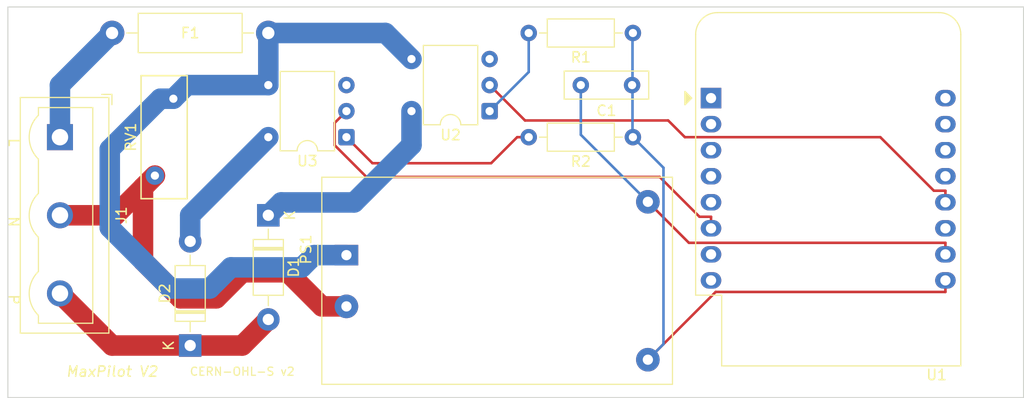
<source format=kicad_pcb>
(kicad_pcb (version 20241229) (generator "pcbnew") (generator_version "9.0")
  (layers (0 "F.Cu" signal) (2 "B.Cu" signal) (13 "F.Paste" user) (15 "B.Paste" user) (5 "F.SilkS" user "F.Silkscreen") (7 "B.SilkS" user "B.Silkscreen") (1 "F.Mask" user) (3 "B.Mask" user) (25 "Edge.Cuts" user))
  (net 0 "")
  (net 1 "/PILOT")
  (net 2 "LINE")
  (net 3 "NEUT")
  (net 4 "GND")
  (net 5 "+5V")
  (net 6 "Net-(R1-Pad2)")
  (net 7 "Net-(R2-Pad2)")
  (net 8 "Net-(D1-K)")
  (net 9 "Net-(D2-A)")
  (net 10 "LINE_P")
  (net 13 "Net-(U1-D3)")
  (net 22 "Net-(U1-MOSI{slash}D7)")
  (footprint "Resistor_THT:R_Axial_DIN0207_L6.3mm_D2.5mm_P10.16mm_Horizontal" (layer "F.Cu") (at 73.66 25.4 180)
    (property "Reference" "R2" (at 5.08 -2.37 0) (layer "F.SilkS"))
    (property "Value" "570")
    (fp_line (start 9.12 0) (end 8.35 0) (stroke (width 0.12)) (layer "F.SilkS"))
    (fp_line (start 8.35 1.37) (end 8.35 -1.37) (stroke (width 0.12)) (layer "F.SilkS"))
    (fp_line (start 8.35 -1.37) (end 1.81 -1.37) (stroke (width 0.12)) (layer "F.SilkS"))
    (fp_line (start 1.81 1.37) (end 8.35 1.37) (stroke (width 0.12)) (layer "F.SilkS"))
    (fp_line (start 1.81 -1.37) (end 1.81 1.37) (stroke (width 0.12)) (layer "F.SilkS"))
    (fp_line (start 1.04 0) (end 1.81 0) (stroke (width 0.12)) (layer "F.SilkS"))
    (pad "1" thru_hole circle (at 0 0 180) (size 1.6 1.6) (drill 0.8) (layers "*.Cu" "*.Mask") (net 5 "+5V"))
    (pad "2" thru_hole oval (at 10.16 0 180) (size 1.6 1.6) (drill 0.8) (layers "*.Cu" "*.Mask") (net 7 "Net-(R2-Pad2)"))
  )
  (footprint "Resistor_THT:R_Axial_DIN0411_L9.9mm_D3.6mm_P15.24mm_Horizontal" (layer "F.Cu") (at 22.86 15.24)
    (property "Reference" "F1" (at 7.62 0 0) (layer "F.SilkS"))
    (property "Value" "1A")
    (fp_line (start 1.44 0) (end 2.55 0) (stroke (width 0.12)) (layer "F.SilkS"))
    (fp_line (start 13.8 0) (end 12.69 0) (stroke (width 0.12)) (layer "F.SilkS"))
    (fp_rect (start 2.55 -1.92) (end 12.69 1.92) (stroke (width 0.12)) (fill no) (layer "F.SilkS"))
    (pad "1" thru_hole circle (at 0 0) (size 2.4 2.4) (drill 1.2) (layers "*.Cu" "*.Mask") (net 2 "LINE"))
    (pad "2" thru_hole circle (at 15.24 0) (size 2.4 2.4) (drill 1.2) (layers "*.Cu" "*.Mask") (net 10 "LINE_P"))
  )
  (footprint "MaxPilot:MOC3041M_DIP6_W7.62mm_NC5" (layer "F.Cu") (at 45.72 25.4 180)
    (property "Reference" "U3" (at 3.81 -2.33 0) (layer "F.SilkS"))
    (property "Value" "MOC3041M")
    (fp_line (start 6.46 6.41) (end 6.46 -1.33) (stroke (width 0.12)) (layer "F.SilkS"))
    (fp_line (start 6.46 -1.33) (end 4.81 -1.33) (stroke (width 0.12)) (layer "F.SilkS"))
    (fp_line (start 2.81 -1.33) (end 1.16 -1.33) (stroke (width 0.12)) (layer "F.SilkS"))
    (fp_line (start 1.16 6.41) (end 6.46 6.41) (stroke (width 0.12)) (layer "F.SilkS"))
    (fp_line (start 1.16 -1.33) (end 1.16 6.41) (stroke (width 0.12)) (layer "F.SilkS"))
    (fp_arc (start 4.81 -1.33) (mid 3.81 -0.33) (end 2.81 -1.33) (stroke (width 0.12)) (layer "F.SilkS"))
    (pad "" np_thru_hole circle (at 0 5.08 180) (size 1.6 1.6) (drill 0.8) (layers "*.Cu" "*.Mask"))
    (pad "" np_thru_hole circle (at 7.62 2.54 180) (size 0.8 0.8) (drill 0.8) (layers "*.Cu" "*.Mask"))
    (pad "1" thru_hole roundrect (at 0 0 180) (size 1.6 1.6) (drill 0.8) (layers "*.Cu" "*.Mask") (roundrect_rratio 0.15625) (net 7 "Net-(R2-Pad2)"))
    (pad "2" thru_hole circle (at 0 2.54 180) (size 1.6 1.6) (drill 0.8) (layers "*.Cu" "*.Mask") (net 22 "Net-(U1-MOSI{slash}D7)"))
    (pad "4" thru_hole circle (at 7.62 5.08 180) (size 1.6 1.6) (drill 0.8) (layers "*.Cu" "*.Mask") (net 10 "LINE_P"))
    (pad "6" thru_hole circle (at 7.62 0 180) (size 1.6 1.6) (drill 0.8) (layers "*.Cu" "*.Mask") (net 9 "Net-(D2-A)"))
  )
  (footprint "MaxPilot:TerminalBlock_Generic_1x03_P7.62mm_Horizontal" (layer "F.Cu") (at 17.78 25.4 -90)
    (property "Reference" "J1" (at 7.62 -6 270) (layer "F.SilkS"))
    (property "Value" "Conn_01x03")
    (fp_line (start -3.87 3.87) (end -3.87 -4.77) (stroke (width 0.12)) (layer "F.SilkS"))
    (fp_line (start 19.11 3.87) (end -3.87 3.87) (stroke (width 0.12)) (layer "F.SilkS"))
    (fp_line (start -2.89 2.1) (end -2.14 2.1) (stroke (width 0.12)) (layer "F.SilkS"))
    (fp_line (start 2.14 2.1) (end 5.48 2.1) (stroke (width 0.12)) (layer "F.SilkS"))
    (fp_line (start 9.76 2.1) (end 13.1 2.1) (stroke (width 0.12)) (layer "F.SilkS"))
    (fp_line (start 17.38 2.1) (end 18.15 2.1) (stroke (width 0.12)) (layer "F.SilkS"))
    (fp_line (start -2.89 -3.2) (end -2.89 2.1) (stroke (width 0.12)) (layer "F.SilkS"))
    (fp_line (start -2.89 -3.2) (end 18.15 -3.2) (stroke (width 0.12)) (layer "F.SilkS"))
    (fp_line (start 18.15 -3.2) (end 18.15 2.1) (stroke (width 0.12)) (layer "F.SilkS"))
    (fp_line (start -3.87 -4.77) (end 19.11 -4.77) (stroke (width 0.12)) (layer "F.SilkS"))
    (fp_line (start 19.11 -4.77) (end 19.11 3.87) (stroke (width 0.12)) (layer "F.SilkS"))
    (fp_line (start -4.17 -5.07) (end -4.17 -4.07) (stroke (width 0.12)) (layer "F.SilkS"))
    (fp_line (start -4.17 -5.07) (end -3.17 -5.07) (stroke (width 0.12)) (layer "F.SilkS"))
    (fp_arc (start 2.14 2.1) (mid 0 3) (end -2.14 2.1) (stroke (width 0.12)) (layer "F.SilkS"))
    (fp_arc (start 9.76 2.1) (mid 7.62 3) (end 5.48 2.1) (stroke (width 0.12)) (layer "F.SilkS"))
    (fp_arc (start 17.38 2.1) (mid 15.24 3) (end 13.1 2.1) (stroke (width 0.12)) (layer "F.SilkS"))
    (pad "1" thru_hole rect (at 0 0 270) (size 2.54 2.54) (drill 1.6) (layers "*.Cu" "*.Mask") (net 2 "LINE"))
    (pad "2" thru_hole circle (at 7.62 0 270) (size 2.54 2.54) (drill 1.6) (layers "*.Cu" "*.Mask") (net 3 "NEUT"))
    (pad "3" thru_hole circle (at 15.24 0 270) (size 2.54 2.54) (drill 1.6) (layers "*.Cu" "*.Mask") (net 1 "/PILOT"))
  )
  (footprint "MountingHole:MountingHole_2.2mm_M2" (layer "F.Cu") (at 15.24 15.24)
    (property "Reference" "H1" (hide yes))
    (property "Value" "MountingHole_2.2mm_M2" (hide yes))
    (pad "" np_thru_hole circle (at 0 0) (size 2.2 2.2) (drill 2.2) (layers "*.Cu" "*.Mask"))
  )
  (footprint "MountingHole:MountingHole_2.2mm_M2" (layer "F.Cu") (at 109.22 48.26)
    (property "Reference" "H4" (hide yes))
    (property "Value" "MountingHole_2.2mm_M2" (hide yes))
    (pad "" np_thru_hole circle (at 0 0) (size 2.2 2.2) (drill 2.2) (layers "*.Cu" "*.Mask"))
  )
  (footprint "Resistor_THT:R_Axial_DIN0207_L6.3mm_D2.5mm_P10.16mm_Horizontal" (layer "F.Cu") (at 73.66 15.24 180)
    (property "Reference" "R1" (at 5.08 -2.37 0) (layer "F.SilkS"))
    (property "Value" "570")
    (fp_line (start 9.12 0) (end 8.35 0) (stroke (width 0.12)) (layer "F.SilkS"))
    (fp_line (start 8.35 1.37) (end 8.35 -1.37) (stroke (width 0.12)) (layer "F.SilkS"))
    (fp_line (start 8.35 -1.37) (end 1.81 -1.37) (stroke (width 0.12)) (layer "F.SilkS"))
    (fp_line (start 1.81 1.37) (end 8.35 1.37) (stroke (width 0.12)) (layer "F.SilkS"))
    (fp_line (start 1.81 -1.37) (end 1.81 1.37) (stroke (width 0.12)) (layer "F.SilkS"))
    (fp_line (start 1.04 0) (end 1.81 0) (stroke (width 0.12)) (layer "F.SilkS"))
    (pad "1" thru_hole circle (at 0 0 180) (size 1.6 1.6) (drill 0.8) (layers "*.Cu" "*.Mask") (net 5 "+5V"))
    (pad "2" thru_hole oval (at 10.16 0 180) (size 1.6 1.6) (drill 0.8) (layers "*.Cu" "*.Mask") (net 6 "Net-(R1-Pad2)"))
  )
  (footprint "Converter_ACDC:Converter_ACDC_HiLink_HLK-PMxx" (layer "F.Cu") (at 45.72 36.905)
    (property "Reference" "PS1" (at -3.94 -0.55 90) (layer "F.SilkS"))
    (property "Value" "HLK-PM01")
    (fp_line (start -2.79 -1) (end -2.79 1.01) (stroke (width 0.12)) (layer "F.SilkS"))
    (fp_line (start -2.4 -7.6) (end -2.4 12.6) (stroke (width 0.12)) (layer "F.SilkS"))
    (fp_line (start -2.4 12.6) (end 31.8 12.6) (stroke (width 0.12)) (layer "F.SilkS"))
    (fp_line (start 31.8 -7.6) (end -2.4 -7.6) (stroke (width 0.12)) (layer "F.SilkS"))
    (fp_line (start 31.8 12.6) (end 31.8 -7.6) (stroke (width 0.12)) (layer "F.SilkS"))
    (pad "1" thru_hole rect (at 0 0) (size 2.3 2) (drill 1) (layers "*.Cu" "*.Mask") (net 10 "LINE_P"))
    (pad "2" thru_hole circle (at 0 5) (size 2.3 2.3) (drill 1) (layers "*.Cu" "*.Mask") (net 3 "NEUT"))
    (pad "3" thru_hole circle (at 29.4 -5.2) (size 2.3 2.3) (drill 1) (layers "*.Cu" "*.Mask") (net 4 "GND"))
    (pad "4" thru_hole circle (at 29.4 10.2) (size 2.3 2.3) (drill 1) (layers "*.Cu" "*.Mask") (net 5 "+5V"))
  )
  (footprint "Varistor:RV_Disc_D12mm_W4.5mm_P7.5mm" (layer "F.Cu") (at 28.84 21.65 -90)
    (property "Reference" "RV1" (at 3.75 4.15 90) (layer "F.SilkS"))
    (property "Value" "Varistor")
    (fp_line (start -2.25 3.15) (end 9.75 3.15) (stroke (width 0.15)) (layer "F.SilkS"))
    (fp_line (start -2.25 -1.35) (end -2.25 3.15) (stroke (width 0.15)) (layer "F.SilkS"))
    (fp_line (start -2.25 -1.35) (end 9.75 -1.35) (stroke (width 0.15)) (layer "F.SilkS"))
    (fp_line (start 9.75 -1.35) (end 9.75 3.15) (stroke (width 0.15)) (layer "F.SilkS"))
    (pad "1" thru_hole circle (at 0 0 270) (size 1.8 1.8) (drill 0.8) (layers "*.Cu" "*.Mask") (net 10 "LINE_P"))
    (pad "2" thru_hole circle (at 7.5 1.8 270) (size 1.8 1.8) (drill 0.8) (layers "*.Cu" "*.Mask") (net 3 "NEUT"))
  )
  (footprint "MaxPilot:MOC3041M_DIP6_W7.62mm_NC5" (layer "F.Cu") (at 59.685 22.86 180)
    (property "Reference" "U2" (at 3.81 -2.33 0) (layer "F.SilkS"))
    (property "Value" "MOC3041M")
    (fp_line (start 6.46 6.41) (end 6.46 -1.33) (stroke (width 0.12)) (layer "F.SilkS"))
    (fp_line (start 6.46 -1.33) (end 4.81 -1.33) (stroke (width 0.12)) (layer "F.SilkS"))
    (fp_line (start 2.81 -1.33) (end 1.16 -1.33) (stroke (width 0.12)) (layer "F.SilkS"))
    (fp_line (start 1.16 6.41) (end 6.46 6.41) (stroke (width 0.12)) (layer "F.SilkS"))
    (fp_line (start 1.16 -1.33) (end 1.16 6.41) (stroke (width 0.12)) (layer "F.SilkS"))
    (fp_arc (start 4.81 -1.33) (mid 3.81 -0.33) (end 2.81 -1.33) (stroke (width 0.12)) (layer "F.SilkS"))
    (pad "" np_thru_hole circle (at 0 5.08 180) (size 1.6 1.6) (drill 0.8) (layers "*.Cu" "*.Mask"))
    (pad "" np_thru_hole circle (at 7.62 2.54 180) (size 0.8 0.8) (drill 0.8) (layers "*.Cu" "*.Mask"))
    (pad "1" thru_hole roundrect (at 0 0 180) (size 1.6 1.6) (drill 0.8) (layers "*.Cu" "*.Mask") (roundrect_rratio 0.15625) (net 6 "Net-(R1-Pad2)"))
    (pad "2" thru_hole circle (at 0 2.54 180) (size 1.6 1.6) (drill 0.8) (layers "*.Cu" "*.Mask") (net 13 "Net-(U1-D3)"))
    (pad "4" thru_hole circle (at 7.62 5.08 180) (size 1.6 1.6) (drill 0.8) (layers "*.Cu" "*.Mask") (net 10 "LINE_P"))
    (pad "6" thru_hole circle (at 7.62 0 180) (size 1.6 1.6) (drill 0.8) (layers "*.Cu" "*.Mask") (net 8 "Net-(D1-K)"))
  )
  (footprint "Module:WEMOS_D1_mini_light" (layer "F.Cu") (at 81.28 21.59)
    (property "Reference" "U1" (at 22 27 0) (layer "F.SilkS"))
    (property "Value" "WeMos_D1_mini")
    (fp_line (start -1.5 19.22) (end -1.5 -6.21) (stroke (width 0.12)) (layer "F.SilkS"))
    (fp_line (start -1.5 19.22) (end 1.04 19.22) (stroke (width 0.12)) (layer "F.SilkS"))
    (fp_line (start 1.04 19.22) (end 1.04 26.12) (stroke (width 0.12)) (layer "F.SilkS"))
    (fp_line (start 1.04 26.12) (end 24.36 26.12) (stroke (width 0.12)) (layer "F.SilkS"))
    (fp_line (start 22.24 -8.34) (end 0.63 -8.34) (stroke (width 0.12)) (layer "F.SilkS"))
    (fp_line (start 24.36 26.12) (end 24.36 -6.21) (stroke (width 0.12)) (layer "F.SilkS"))
    (fp_arc (start -1.5 -6.21) (mid -0.876137 -7.716137) (end 0.63 -8.34) (stroke (width 0.12)) (layer "F.SilkS"))
    (fp_arc (start 22.23 -8.34) (mid 23.736137 -7.716137) (end 24.36 -6.21) (stroke (width 0.12)) (layer "F.SilkS"))
    (fp_poly (pts (xy -2.54 -0.635) (xy -2.54 0.635) (xy -1.905 0)) (stroke (width 0.15)) (fill yes) (layer "F.SilkS"))
    (pad "1" thru_hole rect (at 0 0) (size 2 2) (drill 1) (layers "*.Cu" "*.Mask"))
    (pad "2" thru_hole oval (at 0 2.54) (size 2 1.6) (drill 1) (layers "*.Cu" "*.Mask"))
    (pad "3" thru_hole oval (at 0 5.08) (size 2 1.6) (drill 1) (layers "*.Cu" "*.Mask"))
    (pad "4" thru_hole oval (at 0 7.62) (size 2 1.6) (drill 1) (layers "*.Cu" "*.Mask"))
    (pad "5" thru_hole oval (at 0 10.16) (size 2 1.6) (drill 1) (layers "*.Cu" "*.Mask"))
    (pad "6" thru_hole oval (at 0 12.7) (size 2 1.6) (drill 1) (layers "*.Cu" "*.Mask") (net 22 "Net-(U1-MOSI{slash}D7)"))
    (pad "7" thru_hole oval (at 0 15.24) (size 2 1.6) (drill 1) (layers "*.Cu" "*.Mask"))
    (pad "8" thru_hole oval (at 0 17.78) (size 2 1.6) (drill 1) (layers "*.Cu" "*.Mask"))
    (pad "9" thru_hole oval (at 22.86 17.78) (size 2 1.6) (drill 1) (layers "*.Cu" "*.Mask") (net 5 "+5V"))
    (pad "10" thru_hole oval (at 22.86 15.24) (size 2 1.6) (drill 1) (layers "*.Cu" "*.Mask") (net 4 "GND"))
    (pad "11" thru_hole oval (at 22.86 12.7) (size 2 1.6) (drill 1) (layers "*.Cu" "*.Mask"))
    (pad "12" thru_hole oval (at 22.86 10.16) (size 2 1.6) (drill 1) (layers "*.Cu" "*.Mask") (net 13 "Net-(U1-D3)"))
    (pad "13" thru_hole oval (at 22.86 7.62) (size 2 1.6) (drill 1) (layers "*.Cu" "*.Mask"))
    (pad "14" thru_hole oval (at 22.86 5.08) (size 2 1.6) (drill 1) (layers "*.Cu" "*.Mask"))
    (pad "15" thru_hole oval (at 22.86 2.54) (size 2 1.6) (drill 1) (layers "*.Cu" "*.Mask"))
    (pad "16" thru_hole oval (at 22.86 0) (size 2 1.6) (drill 1) (layers "*.Cu" "*.Mask"))
  )
  (footprint "Diode_THT:D_DO-41_SOD81_P10.16mm_Horizontal" (layer "F.Cu") (at 38.1 33.02 -90)
    (property "Reference" "D1" (at 5.08 -2.47 90) (layer "F.SilkS"))
    (property "Value" "1N4007")
    (fp_line (start 2.36 1.47) (end 7.8 1.47) (stroke (width 0.12)) (layer "F.SilkS"))
    (fp_line (start 7.8 1.47) (end 7.8 -1.47) (stroke (width 0.12)) (layer "F.SilkS"))
    (fp_line (start 1.34 0) (end 2.36 0) (stroke (width 0.12)) (layer "F.SilkS"))
    (fp_line (start 8.82 0) (end 7.8 0) (stroke (width 0.12)) (layer "F.SilkS"))
    (fp_line (start 2.36 -1.47) (end 2.36 1.47) (stroke (width 0.12)) (layer "F.SilkS"))
    (fp_line (start 3.14 -1.47) (end 3.14 1.47) (stroke (width 0.12)) (layer "F.SilkS"))
    (fp_line (start 3.26 -1.47) (end 3.26 1.47) (stroke (width 0.12)) (layer "F.SilkS"))
    (fp_line (start 3.38 -1.47) (end 3.38 1.47) (stroke (width 0.12)) (layer "F.SilkS"))
    (fp_line (start 7.8 -1.47) (end 2.36 -1.47) (stroke (width 0.12)) (layer "F.SilkS"))
    (fp_text user "K" (at 0 -2.1 90) (layer "F.SilkS"))
    (pad "1" thru_hole rect (at 0 0 270) (size 2.2 2.2) (drill 1.1) (layers "*.Cu" "*.Mask") (net 8 "Net-(D1-K)"))
    (pad "2" thru_hole oval (at 10.16 0 270) (size 2.2 2.2) (drill 1.1) (layers "*.Cu" "*.Mask") (net 1 "/PILOT"))
  )
  (footprint "MountingHole:MountingHole_2.2mm_M2" (layer "F.Cu") (at 15.24 48.26)
    (property "Reference" "H3" (hide yes))
    (property "Value" "MountingHole_2.2mm_M2" (hide yes))
    (pad "" np_thru_hole circle (at 0 0) (size 2.2 2.2) (drill 2.2) (layers "*.Cu" "*.Mask"))
  )
  (footprint "Diode_THT:D_DO-41_SOD81_P10.16mm_Horizontal" (layer "F.Cu") (at 30.48 45.72 90)
    (property "Reference" "D2" (at 5.08 -2.47 90) (layer "F.SilkS"))
    (property "Value" "1N4007")
    (fp_line (start 7.8 -1.47) (end 2.36 -1.47) (stroke (width 0.12)) (layer "F.SilkS"))
    (fp_line (start 3.38 -1.47) (end 3.38 1.47) (stroke (width 0.12)) (layer "F.SilkS"))
    (fp_line (start 3.26 -1.47) (end 3.26 1.47) (stroke (width 0.12)) (layer "F.SilkS"))
    (fp_line (start 3.14 -1.47) (end 3.14 1.47) (stroke (width 0.12)) (layer "F.SilkS"))
    (fp_line (start 2.36 -1.47) (end 2.36 1.47) (stroke (width 0.12)) (layer "F.SilkS"))
    (fp_line (start 8.82 0) (end 7.8 0) (stroke (width 0.12)) (layer "F.SilkS"))
    (fp_line (start 1.34 0) (end 2.36 0) (stroke (width 0.12)) (layer "F.SilkS"))
    (fp_line (start 7.8 1.47) (end 7.8 -1.47) (stroke (width 0.12)) (layer "F.SilkS"))
    (fp_line (start 2.36 1.47) (end 7.8 1.47) (stroke (width 0.12)) (layer "F.SilkS"))
    (fp_text user "K" (at 0 -2.1 90) (layer "F.SilkS"))
    (pad "1" thru_hole rect (at 0 0 90) (size 2.2 2.2) (drill 1.1) (layers "*.Cu" "*.Mask") (net 1 "/PILOT"))
    (pad "2" thru_hole oval (at 10.16 0 90) (size 2.2 2.2) (drill 1.1) (layers "*.Cu" "*.Mask") (net 9 "Net-(D2-A)"))
  )
  (footprint "MountingHole:MountingHole_2.2mm_M2" (layer "F.Cu") (at 109.22 15.24)
    (property "Reference" "H2" (hide yes))
    (property "Value" "MountingHole_2.2mm_M2" (hide yes))
    (pad "" np_thru_hole circle (at 0 0) (size 2.2 2.2) (drill 2.2) (layers "*.Cu" "*.Mask"))
  )
  (footprint "Capacitor_THT:C_Disc_D8.0mm_W2.5mm_P5.00mm" (layer "F.Cu") (at 73.58 20.32 180)
    (property "Reference" "C1" (at 2.5 -2.5 0) (layer "F.SilkS"))
    (property "Value" "22µF")
    (fp_line (start 6.62 -1.37) (end 6.62 1.37) (stroke (width 0.12)) (layer "F.SilkS"))
    (fp_line (start -1.62 1.37) (end 6.62 1.37) (stroke (width 0.12)) (layer "F.SilkS"))
    (fp_line (start -1.62 -1.37) (end 6.62 -1.37) (stroke (width 0.12)) (layer "F.SilkS"))
    (fp_line (start -1.62 -1.37) (end -1.62 1.37) (stroke (width 0.12)) (layer "F.SilkS"))
    (pad "1" thru_hole circle (at 0 0 180) (size 1.6 1.6) (drill 0.8) (layers "*.Cu" "*.Mask") (net 5 "+5V"))
    (pad "2" thru_hole circle (at 5 0 180) (size 1.6 1.6) (drill 0.8) (layers "*.Cu" "*.Mask") (net 4 "GND"))
  )
  (gr_line (start 12.7 12.7) (end 111.76 12.7) (stroke (width 0.1)) (layer "Edge.Cuts"))
  (gr_line (start 111.76 50.8) (end 12.7 50.8) (stroke (width 0.1)) (layer "Edge.Cuts"))
  (gr_line (start 111.76 12.7) (end 111.76 50.8) (stroke (width 0.1)) (layer "Edge.Cuts"))
  (gr_line (start 12.7 50.8) (end 12.7 12.7) (stroke (width 0.1)) (layer "Edge.Cuts"))
  (gr_text "MaxPilot V2" (at 22.86 48.26 0) (layer "F.SilkS") (effects (font (size 1 1) (thickness 0.15) (italic yes))))
  (gr_text "L" (at 12.7 25.4 270) (layer "F.SilkS") (effects (font (size 1 1)) (justify left bottom)))
  (gr_text "CERN-OHL-S v2" (at 35.56 48.26 0) (layer "F.SilkS") (effects (font (size 0.8 0.8) (thickness 0.12))))
  (gr_text "P" (at 12.7 40.64 270) (layer "F.SilkS") (effects (font (size 1 1)) (justify left bottom)))
  (gr_text "N" (at 12.7 33.02 270) (layer "F.SilkS") (effects (font (size 1 1)) (justify left bottom)))
  (segment (start 22.86 45.72) (end 30.48 45.72) (width 2) (layer "F.Cu") (net 1))
  (segment (start 30.48 45.72) (end 35.56 45.72) (width 2) (layer "F.Cu") (net 1))
  (segment (start 35.56 45.72) (end 38.1 43.18) (width 2) (layer "F.Cu") (net 1))
  (segment (start 17.78 40.64) (end 22.86 45.72) (width 2) (layer "F.Cu") (net 1))
  (segment (start 17.78 25.4) (end 17.78 20.32) (width 2) (layer "B.Cu") (net 2))
  (segment (start 17.78 20.32) (end 22.86 15.24) (width 2) (layer "B.Cu") (net 2))
  (segment (start 40.0058 38.579) (end 43.3318 41.905) (width 2) (layer "F.Cu") (net 3))
  (segment (start 29.5322 41.119) (end 33.02 41.119) (width 2) (layer "F.Cu") (net 3))
  (segment (start 25.879 30.311) (end 27.04 29.15) (width 2) (layer "F.Cu") (net 3))
  (segment (start 33.02 41.119) (end 35.56 38.579) (width 2) (layer "F.Cu") (net 3))
  (segment (start 23.17 33.02) (end 25.879 30.311) (width 2) (layer "F.Cu") (net 3))
  (segment (start 27.04 29.15) (end 25.879 30.311) (width 2) (layer "F.Cu") (net 3))
  (segment (start 25.879 37.4658) (end 29.5322 41.119) (width 2) (layer "F.Cu") (net 3))
  (segment (start 25.879 30.311) (end 25.879 37.4658) (width 2) (layer "F.Cu") (net 3))
  (segment (start 17.78 33.02) (end 23.17 33.02) (width 2) (layer "F.Cu") (net 3))
  (segment (start 43.3318 41.905) (end 45.72 41.905) (width 2) (layer "F.Cu") (net 3))
  (segment (start 35.56 38.579) (end 40.0058 38.579) (width 2) (layer "F.Cu") (net 3))
  (segment (start 104.14 36.83) (end 104.14 35.7033) (width 0.25) (layer "F.Cu") (net 4))
  (segment (start 79.1183 35.7033) (end 75.12 31.705) (width 0.25) (layer "F.Cu") (net 4))
  (segment (start 104.14 35.7033) (end 79.1183 35.7033) (width 0.25) (layer "F.Cu") (net 4))
  (segment (start 68.58 25.165) (end 68.58 20.32) (width 0.25) (layer "B.Cu") (net 4))
  (segment (start 75.12 31.705) (end 68.58 25.165) (width 0.25) (layer "B.Cu") (net 4))
  (segment (start 104.14 40.4967) (end 81.7283 40.4967) (width 0.25) (layer "F.Cu") (net 5))
  (segment (start 104.14 39.37) (end 104.14 40.4967) (width 0.25) (layer "F.Cu") (net 5))
  (segment (start 81.7283 40.4967) (end 75.12 47.105) (width 0.25) (layer "F.Cu") (net 5))
  (segment (start 73.58 20.32) (end 73.62 20.32) (width 0.25) (layer "B.Cu") (net 5))
  (segment (start 73.62 15.28) (end 73.66 15.24) (width 0.25) (layer "B.Cu") (net 5))
  (segment (start 73.62 25.36) (end 73.66 25.4) (width 0.25) (layer "B.Cu") (net 5))
  (segment (start 76.6416 45.5834) (end 75.12 47.105) (width 0.25) (layer "B.Cu") (net 5))
  (segment (start 76.6416 28.3816) (end 76.6416 45.5834) (width 0.25) (layer "B.Cu") (net 5))
  (segment (start 73.62 20.32) (end 73.62 25.36) (width 0.25) (layer "B.Cu") (net 5))
  (segment (start 73.62 20.32) (end 73.62 15.28) (width 0.25) (layer "B.Cu") (net 5))
  (segment (start 73.66 25.4) (end 76.6416 28.3816) (width 0.25) (layer "B.Cu") (net 5))
  (segment (start 59.685 22.86) (end 63.5 19.045) (width 0.25) (layer "B.Cu") (net 6))
  (segment (start 63.5 19.045) (end 63.5 15.24) (width 0.25) (layer "B.Cu") (net 6))
  (segment (start 63.5 25.4) (end 62.3733 25.4) (width 0.25) (layer "F.Cu") (net 7))
  (segment (start 48.26 27.94) (end 45.72 25.4) (width 0.25) (layer "F.Cu") (net 7))
  (segment (start 62.3733 25.4) (end 59.8333 27.94) (width 0.25) (layer "F.Cu") (net 7))
  (segment (start 59.8333 27.94) (end 48.26 27.94) (width 0.25) (layer "F.Cu") (net 7))
  (segment (start 52.065 26.1737) (end 46.4734 31.7654) (width 2) (layer "B.Cu") (net 8))
  (segment (start 52.065 22.86) (end 52.065 26.1737) (width 2) (layer "B.Cu") (net 8))
  (segment (start 46.4734 31.7654) (end 39.3546 31.7654) (width 2) (layer "B.Cu") (net 8))
  (segment (start 39.3546 31.7654) (end 38.1 33.02) (width 2) (layer "B.Cu") (net 8))
  (segment (start 38.1 25.4) (end 30.48 33.02) (width 2) (layer "B.Cu") (net 9))
  (segment (start 30.48 33.02) (end 30.48 35.56) (width 2) (layer "B.Cu") (net 9))
  (segment (start 34.4468 38.1) (end 32.3858 40.161) (width 2) (layer "B.Cu") (net 10))
  (segment (start 38.1 15.24) (end 38.1 20.32) (width 2) (layer "B.Cu") (net 10))
  (segment (start 28.84 21.65) (end 30.17 20.32) (width 2) (layer "B.Cu") (net 10))
  (segment (start 42.57 36.905) (end 41.375 38.1) (width 2) (layer "B.Cu") (net 10))
  (segment (start 22.639 26.5782) (end 27.5672 21.65) (width 2) (layer "B.Cu") (net 10))
  (segment (start 22.639 34.2258) (end 22.639 26.5782) (width 2) (layer "B.Cu") (net 10))
  (segment (start 27.5672 21.65) (end 28.84 21.65) (width 2) (layer "B.Cu") (net 10))
  (segment (start 45.72 36.905) (end 42.57 36.905) (width 2) (layer "B.Cu") (net 10))
  (segment (start 30.17 20.32) (end 38.1 20.32) (width 2) (layer "B.Cu") (net 10))
  (segment (start 41.375 38.1) (end 34.4468 38.1) (width 2) (layer "B.Cu") (net 10))
  (segment (start 32.3858 40.161) (end 28.5742 40.161) (width 2) (layer "B.Cu") (net 10))
  (segment (start 38.1 15.24) (end 49.525 15.24) (width 2) (layer "B.Cu") (net 10))
  (segment (start 28.5742 40.161) (end 22.639 34.2258) (width 2) (layer "B.Cu") (net 10))
  (segment (start 49.525 15.24) (end 52.065 17.78) (width 2) (layer "B.Cu") (net 10))
  (segment (start 59.685 20.32) (end 63.136 23.771) (width 0.25) (layer "F.Cu") (net 13))
  (segment (start 103.0133 30.6233) (end 104.14 30.6233) (width 0.25) (layer "F.Cu") (net 13))
  (segment (start 78.7279 25.4) (end 97.79 25.4) (width 0.25) (layer "F.Cu") (net 13))
  (segment (start 104.14 31.75) (end 104.14 30.6233) (width 0.25) (layer "F.Cu") (net 13))
  (segment (start 77.0989 23.771) (end 78.7279 25.4) (width 0.25) (layer "F.Cu") (net 13))
  (segment (start 63.136 23.771) (end 77.0989 23.771) (width 0.25) (layer "F.Cu") (net 13))
  (segment (start 97.79 25.4) (end 103.0133 30.6233) (width 0.25) (layer "F.Cu") (net 13))
  (segment (start 80.1533 33.1633) (end 81.28 33.1633) (width 0.25) (layer "F.Cu") (net 22))
  (segment (start 44.5751 26.1858) (end 47.6732 29.2839) (width 0.25) (layer "F.Cu") (net 22))
  (segment (start 45.72 22.86) (end 44.5751 24.0049) (width 0.25) (layer "F.Cu") (net 22))
  (segment (start 81.28 34.29) (end 81.28 33.1633) (width 0.25) (layer "F.Cu") (net 22))
  (segment (start 76.2739 29.2839) (end 80.1533 33.1633) (width 0.25) (layer "F.Cu") (net 22))
  (segment (start 47.6732 29.2839) (end 76.2739 29.2839) (width 0.25) (layer "F.Cu") (net 22))
  (segment (start 44.5751 24.0049) (end 44.5751 26.1858) (width 0.25) (layer "F.Cu") (net 22))
)
</source>
